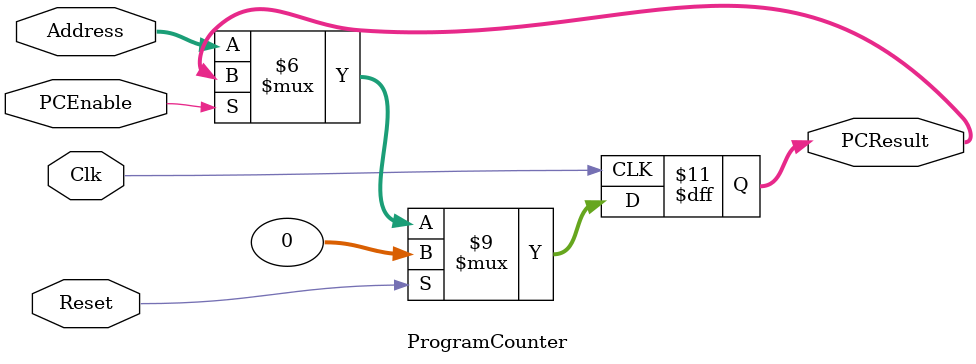
<source format=v>
module ProgramCounter(Clk, Reset, Address, PCResult, PCEnable);

	input PCEnable;
	input [31:0] Address;
	input Reset, Clk;

	output reg [31:0] PCResult;
	
	initial begin
	   PCResult <= 0;
	end
	
	/* Please fill in the implementation here... */
	
	always @(posedge Clk) begin
		if (Reset == 1)
			PCResult <= 0;
		else
			if (PCEnable == 0)
				PCResult <= Address;
			else 
			    PCResult <= PCResult;
	end

endmodule
</source>
